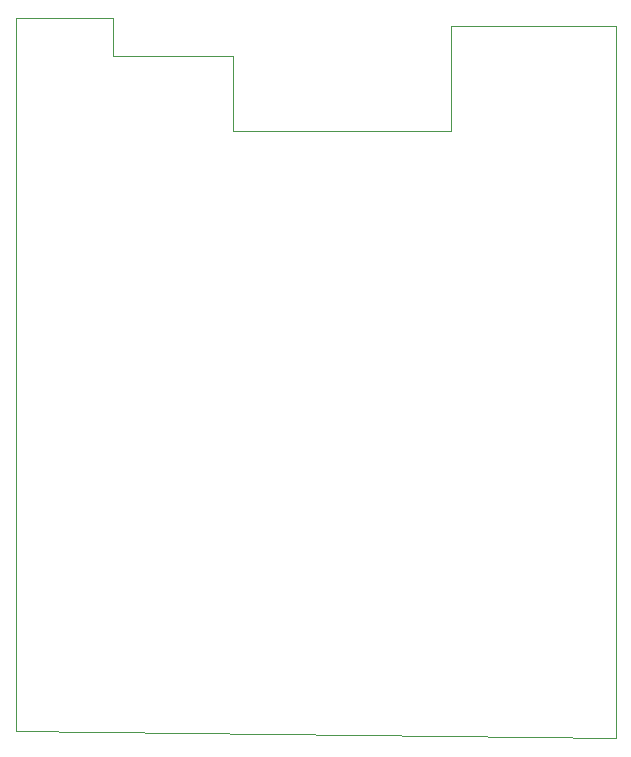
<source format=gbr>
%TF.GenerationSoftware,KiCad,Pcbnew,(5.1.10)-1*%
%TF.CreationDate,2021-11-08T05:29:08+05:30*%
%TF.ProjectId,Flipboard Final,466c6970-626f-4617-9264-2046696e616c,rev?*%
%TF.SameCoordinates,Original*%
%TF.FileFunction,Profile,NP*%
%FSLAX46Y46*%
G04 Gerber Fmt 4.6, Leading zero omitted, Abs format (unit mm)*
G04 Created by KiCad (PCBNEW (5.1.10)-1) date 2021-11-08 05:29:08*
%MOMM*%
%LPD*%
G01*
G04 APERTURE LIST*
%TA.AperFunction,Profile*%
%ADD10C,0.100000*%
%TD*%
G04 APERTURE END LIST*
D10*
X-63500000Y13970000D02*
X-63500000Y12700000D01*
X-77470000Y13970000D02*
X-63500000Y13970000D01*
X-77470000Y5080000D02*
X-77470000Y13970000D01*
X-95885000Y5080000D02*
X-77470000Y5080000D01*
X-95885000Y11430000D02*
X-95885000Y5080000D01*
X-106045000Y11430000D02*
X-95885000Y11430000D01*
X-106045000Y14605000D02*
X-106045000Y11430000D01*
X-114300000Y14605000D02*
X-106045000Y14605000D01*
X-114300000Y12700000D02*
X-114300000Y14605000D01*
X-63500000Y12700000D02*
X-63500000Y-46355000D01*
X-114300000Y-45720000D02*
X-114300000Y12700000D01*
X-63500000Y-46355000D02*
X-114300000Y-45720000D01*
M02*

</source>
